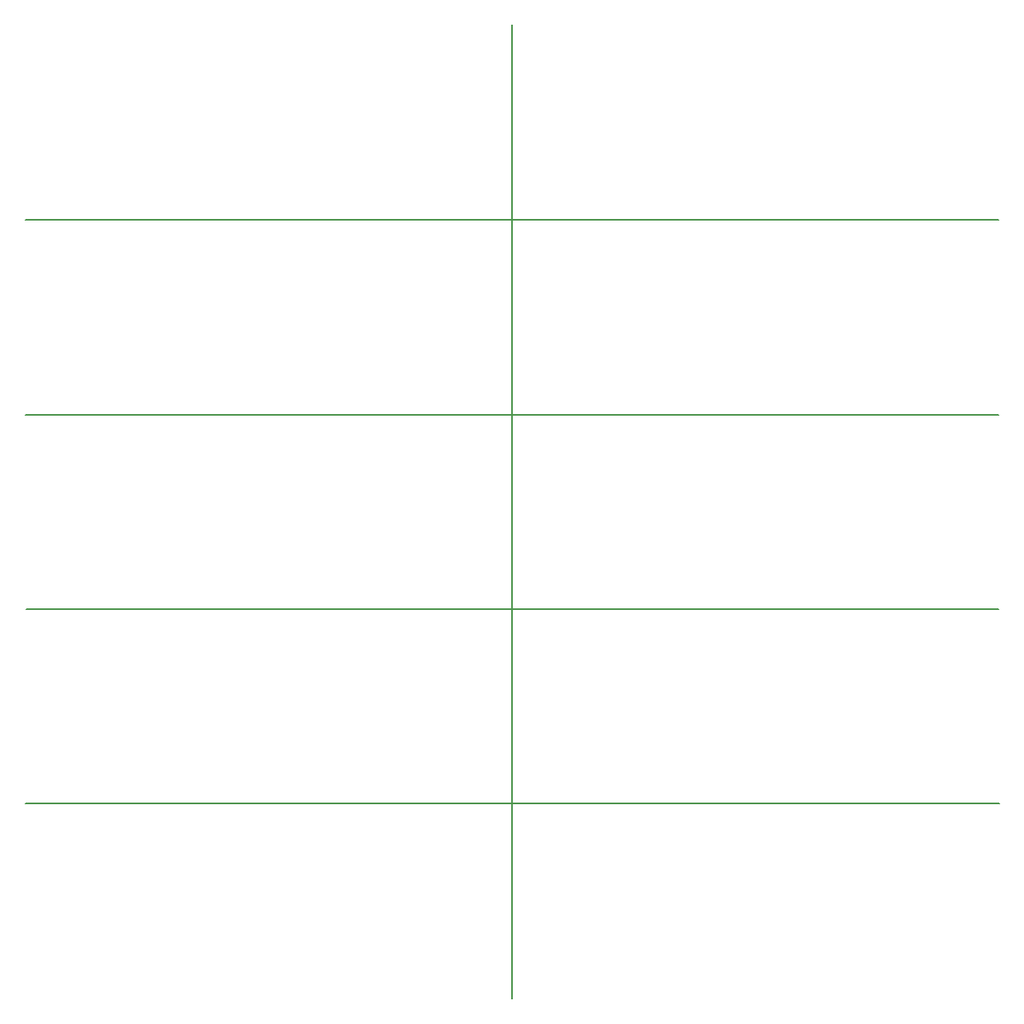
<source format=gbr>
%TF.GenerationSoftware,KiCad,Pcbnew,(5.1.9)-1*%
%TF.CreationDate,2021-04-07T06:54:24+02:00*%
%TF.ProjectId,IM350_AM550_5V_multi,494d3335-305f-4414-9d35-35305f35565f,rev?*%
%TF.SameCoordinates,Original*%
%TF.FileFunction,Other,ECO1*%
%FSLAX46Y46*%
G04 Gerber Fmt 4.6, Leading zero omitted, Abs format (unit mm)*
G04 Created by KiCad (PCBNEW (5.1.9)-1) date 2021-04-07 06:54:24*
%MOMM*%
%LPD*%
G01*
G04 APERTURE LIST*
%ADD10C,0.150000*%
G04 APERTURE END LIST*
D10*
X90800000Y-33900000D02*
X90800000Y-134100000D01*
X40700000Y-114000000D02*
X140900000Y-114000000D01*
X40800000Y-94000000D02*
X140800000Y-94000000D01*
X40700000Y-74000000D02*
X140800000Y-74000000D01*
X40700000Y-54000000D02*
X140800000Y-54000000D01*
M02*

</source>
